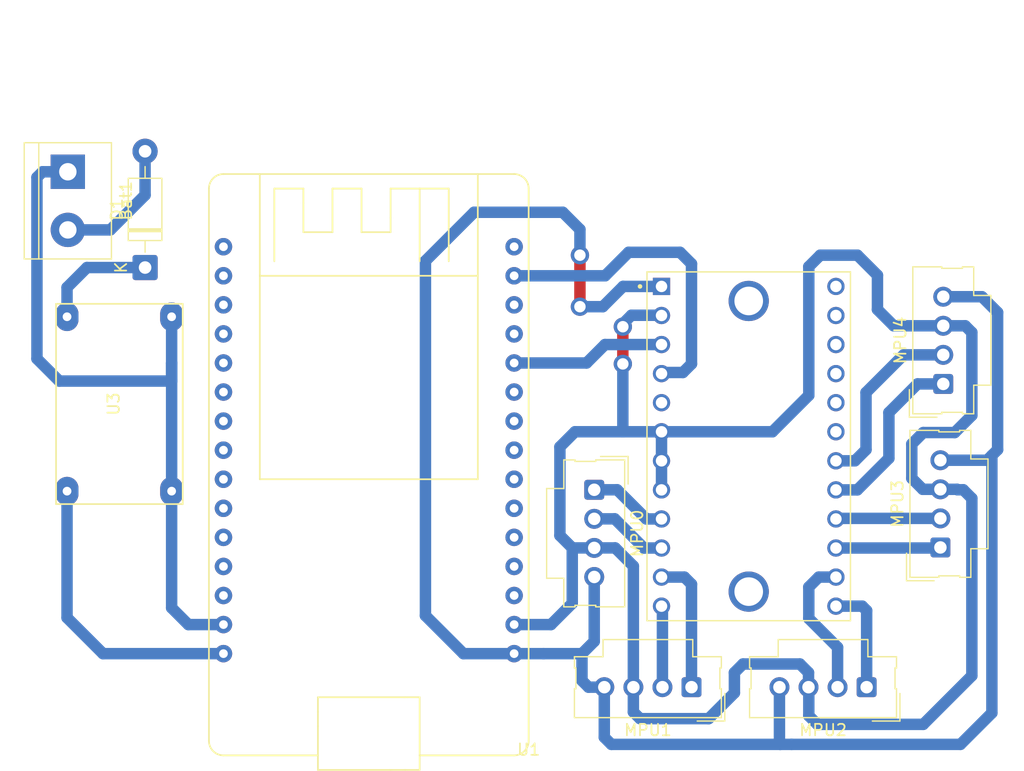
<source format=kicad_pcb>
(kicad_pcb (version 20241229) (generator "pcbnew") (generator_version "9.0")
  (layers (0 "F.Cu" signal) (2 "B.Cu" signal) (13 "F.Paste" user) (15 "B.Paste" user) (5 "F.SilkS" user "F.Silkscreen") (7 "B.SilkS" user "B.Silkscreen") (1 "F.Mask" user) (3 "B.Mask" user) (25 "Edge.Cuts" user))
  (net 0 "")
  (net 1 "GND")
  (net 2 "Net-(Bat1-Pin_2)")
  (net 3 "Net-(D1-K)")
  (net 4 "SDA0")
  (net 5 "+3.3V")
  (net 6 "SCL0")
  (net 7 "SDA1")
  (net 8 "SCL1")
  (net 9 "SCL2")
  (net 10 "SDA2")
  (net 11 "SCL3")
  (net 12 "SDA3")
  (net 13 "SDA4")
  (net 14 "SCL4")
  (net 19 "21_SDA")
  (net 22 "Vin")
  (net 23 "22_SCL")
  (footprint "TerminalBlock:TerminalBlock_bornier-2_P5.08mm" (layer "F.Cu") (at 78.75 53.46 -90)
    (property "Reference" "Bat1" (at 2.54 -5.08 90) (layer "F.SilkS"))
    (property "Value" "Screw_Terminal_01x02")
    (fp_line (start -2.54 3.81) (end 7.62 3.81) (stroke (width 0.12)) (layer "F.SilkS"))
    (fp_line (start 7.62 3.81) (end 7.62 -3.81) (stroke (width 0.12)) (layer "F.SilkS"))
    (fp_line (start 7.62 2.54) (end -2.54 2.54) (stroke (width 0.12)) (layer "F.SilkS"))
    (fp_line (start -2.54 -3.81) (end -2.54 3.81) (stroke (width 0.12)) (layer "F.SilkS"))
    (fp_line (start 7.62 -3.81) (end -2.54 -3.81) (stroke (width 0.12)) (layer "F.SilkS"))
    (pad "1" thru_hole rect (at 0 0 270) (size 3 3) (drill 1.52) (layers "*.Cu" "*.Mask") (net 1 "GND"))
    (pad "2" thru_hole circle (at 5.08 0 270) (size 3 3) (drill 1.52) (layers "*.Cu" "*.Mask") (net 2 "Net-(Bat1-Pin_2)"))
  )
  (footprint "Connector_Molex:Molex_SL_171971-0004_1x04_P2.54mm_Vertical" (layer "F.Cu") (at 133.25 98.5 180)
    (property "Reference" "MPU1" (at 3.81 -3.75 0) (layer "F.SilkS"))
    (property "Value" "Conn_01x04_Pin")
    (fp_line (start 10.23 2.66) (end 10.23 1.68) (stroke (width 0.12)) (layer "F.SilkS"))
    (fp_line (start 10.23 1.68) (end 10.1 1.68) (stroke (width 0.12)) (layer "F.SilkS"))
    (fp_line (start 10.23 -0.13) (end 10.23 -2.66) (stroke (width 0.12)) (layer "F.SilkS"))
    (fp_line (start 10.23 -2.66) (end -2.61 -2.66) (stroke (width 0.12)) (layer "F.SilkS"))
    (fp_line (start 10.1 1.68) (end 10.1 -0.13) (stroke (width 0.12)) (layer "F.SilkS"))
    (fp_line (start 10.1 -0.13) (end 10.23 -0.13) (stroke (width 0.12)) (layer "F.SilkS"))
    (fp_line (start 7.73 4.16) (end 7.73 2.66) (stroke (width 0.12)) (layer "F.SilkS"))
    (fp_line (start 7.73 2.66) (end 10.23 2.66) (stroke (width 0.12)) (layer "F.SilkS"))
    (fp_line (start -0.11 4.16) (end 7.73 4.16) (stroke (width 0.12)) (layer "F.SilkS"))
    (fp_line (start -0.11 2.66) (end -0.11 4.16) (stroke (width 0.12)) (layer "F.SilkS"))
    (fp_line (start -2.48 1.68) (end -2.61 1.68) (stroke (width 0.12)) (layer "F.SilkS"))
    (fp_line (start -2.48 -0.13) (end -2.48 1.68) (stroke (width 0.12)) (layer "F.SilkS"))
    (fp_line (start -2.61 2.66) (end -0.11 2.66) (stroke (width 0.12)) (layer "F.SilkS"))
    (fp_line (start -2.61 1.68) (end -2.61 2.66) (stroke (width 0.12)) (layer "F.SilkS"))
    (fp_line (start -2.61 -0.13) (end -2.48 -0.13) (stroke (width 0.12)) (layer "F.SilkS"))
    (fp_line (start -2.61 -2.66) (end -2.61 -0.13) (stroke (width 0.12)) (layer "F.SilkS"))
    (fp_line (start -2.91 -0.55) (end -2.91 -2.96) (stroke (width 0.12)) (layer "F.SilkS"))
    (fp_line (start -2.91 -2.96) (end -0.5 -2.96) (stroke (width 0.12)) (layer "F.SilkS"))
    (pad "1" thru_hole roundrect (at 0 0 180) (size 1.74 1.74) (drill 1.09) (layers "*.Cu" "*.Mask") (roundrect_rratio 0.143678) (net 7 "SDA1"))
    (pad "2" thru_hole circle (at 2.54 0 180) (size 1.74 1.74) (drill 1.09) (layers "*.Cu" "*.Mask") (net 8 "SCL1"))
    (pad "3" thru_hole circle (at 5.08 0 180) (size 1.74 1.74) (drill 1.09) (layers "*.Cu" "*.Mask") (net 1 "GND"))
    (pad "4" thru_hole circle (at 7.62 0 180) (size 1.74 1.74) (drill 1.09) (layers "*.Cu" "*.Mask") (net 5 "+3.3V"))
  )
  (footprint "Connector_Molex:Molex_SL_171971-0004_1x04_P2.54mm_Vertical" (layer "F.Cu") (at 155 86.29 90)
    (property "Reference" "MPU3" (at 3.81 -3.75 90) (layer "F.SilkS"))
    (property "Value" "Conn_01x04_Pin")
    (fp_line (start -2.91 -2.96) (end -0.5 -2.96) (stroke (width 0.12)) (layer "F.SilkS"))
    (fp_line (start 10.23 -2.66) (end -2.61 -2.66) (stroke (width 0.12)) (layer "F.SilkS"))
    (fp_line (start -2.61 -2.66) (end -2.61 -0.13) (stroke (width 0.12)) (layer "F.SilkS"))
    (fp_line (start -2.91 -0.55) (end -2.91 -2.96) (stroke (width 0.12)) (layer "F.SilkS"))
    (fp_line (start 10.23 -0.13) (end 10.23 -2.66) (stroke (width 0.12)) (layer "F.SilkS"))
    (fp_line (start 10.1 -0.13) (end 10.23 -0.13) (stroke (width 0.12)) (layer "F.SilkS"))
    (fp_line (start -2.48 -0.13) (end -2.48 1.68) (stroke (width 0.12)) (layer "F.SilkS"))
    (fp_line (start -2.61 -0.13) (end -2.48 -0.13) (stroke (width 0.12)) (layer "F.SilkS"))
    (fp_line (start 10.23 1.68) (end 10.1 1.68) (stroke (width 0.12)) (layer "F.SilkS"))
    (fp_line (start 10.1 1.68) (end 10.1 -0.13) (stroke (width 0.12)) (layer "F.SilkS"))
    (fp_line (start -2.48 1.68) (end -2.61 1.68) (stroke (width 0.12)) (layer "F.SilkS"))
    (fp_line (start -2.61 1.68) (end -2.61 2.66) (stroke (width 0.12)) (layer "F.SilkS"))
    (fp_line (start 10.23 2.66) (end 10.23 1.68) (stroke (width 0.12)) (layer "F.SilkS"))
    (fp_line (start 7.73 2.66) (end 10.23 2.66) (stroke (width 0.12)) (layer "F.SilkS"))
    (fp_line (start -0.11 2.66) (end -0.11 4.16) (stroke (width 0.12)) (layer "F.SilkS"))
    (fp_line (start -2.61 2.66) (end -0.11 2.66) (stroke (width 0.12)) (layer "F.SilkS"))
    (fp_line (start 7.73 4.16) (end 7.73 2.66) (stroke (width 0.12)) (layer "F.SilkS"))
    (fp_line (start -0.11 4.16) (end 7.73 4.16) (stroke (width 0.12)) (layer "F.SilkS"))
    (pad "1" thru_hole roundrect (at 0 0 90) (size 1.74 1.74) (drill 1.09) (layers "*.Cu" "*.Mask") (roundrect_rratio 0.143678) (net 12 "SDA3"))
    (pad "2" thru_hole circle (at 2.54 0 90) (size 1.74 1.74) (drill 1.09) (layers "*.Cu" "*.Mask") (net 11 "SCL3"))
    (pad "3" thru_hole circle (at 5.08 0 90) (size 1.74 1.74) (drill 1.09) (layers "*.Cu" "*.Mask") (net 1 "GND"))
    (pad "4" thru_hole circle (at 7.62 0 90) (size 1.74 1.74) (drill 1.09) (layers "*.Cu" "*.Mask") (net 5 "+3.3V"))
  )
  (footprint "DOIT_ESP32:DOIT_ESP32_Devkit" (layer "F.Cu") (at 119.02 104.46 180)
    (property "Reference" "U1" (at 0 0.5 0) (layer "F.SilkS"))
    (property "Value" "ESP32-Devkit-V1")
    (fp_line (start 27.94 1.27) (end 27.94 49.53) (stroke (width 0.15)) (layer "F.SilkS"))
    (fp_line (start 23.495 41.91) (end 4.445 41.91) (stroke (width 0.15)) (layer "F.SilkS"))
    (fp_line (start 23.495 24.13) (end 23.495 50.8) (stroke (width 0.15)) (layer "F.SilkS"))
    (fp_line (start 22.225 49.53) (end 22.225 43.18) (stroke (width 0.15)) (layer "F.SilkS"))
    (fp_line (start 19.685 49.53) (end 22.225 49.53) (stroke (width 0.15)) (layer "F.SilkS"))
    (fp_line (start 19.685 48.26) (end 19.685 49.53) (stroke (width 0.15)) (layer "F.SilkS"))
    (fp_line (start 19.685 45.72) (end 19.685 48.26) (stroke (width 0.15)) (layer "F.SilkS"))
    (fp_line (start 18.415 5.08) (end 10.795 5.08) (stroke (width 0.15)) (layer "F.SilkS"))
    (fp_line (start 18.415 3.81) (end 18.415 5.08) (stroke (width 0.15)) (layer "F.SilkS"))
    (fp_line (start 18.415 3.81) (end 18.415 2.54) (stroke (width 0.15)) (layer "F.SilkS"))
    (fp_line (start 18.415 0) (end 26.67 0) (stroke (width 0.15)) (layer "F.SilkS"))
    (fp_line (start 18.415 -1.27) (end 18.415 2.54) (stroke (width 0.15)) (layer "F.SilkS"))
    (fp_line (start 17.145 49.53) (end 17.145 45.72) (stroke (width 0.15)) (layer "F.SilkS"))
    (fp_line (start 17.145 45.72) (end 19.685 45.72) (stroke (width 0.15)) (layer "F.SilkS"))
    (fp_line (start 14.605 49.53) (end 17.145 49.53) (stroke (width 0.15)) (layer "F.SilkS"))
    (fp_line (start 14.605 45.72) (end 14.605 49.53) (stroke (width 0.15)) (layer "F.SilkS"))
    (fp_line (start 12.065 49.53) (end 12.065 46.99) (stroke (width 0.15)) (layer "F.SilkS"))
    (fp_line (start 12.065 46.99) (end 12.065 45.72) (stroke (width 0.15)) (layer "F.SilkS"))
    (fp_line (start 12.065 45.72) (end 14.605 45.72) (stroke (width 0.15)) (layer "F.SilkS"))
    (fp_line (start 12.065 -1.27) (end 18.415 -1.27) (stroke (width 0.15)) (layer "F.SilkS"))
    (fp_line (start 12.065 -1.27) (end 10.795 -1.27) (stroke (width 0.15)) (layer "F.SilkS"))
    (fp_line (start 10.795 -1.27) (end 9.525 -1.27) (stroke (width 0.15)) (layer "F.SilkS"))
    (fp_line (start 9.525 49.53) (end 12.065 49.53) (stroke (width 0.15)) (layer "F.SilkS"))
    (fp_line (start 9.525 49.53) (end 9.525 43.18) (stroke (width 0.15)) (layer "F.SilkS"))
    (fp_line (start 9.525 5.08) (end 10.795 5.08) (stroke (width 0.15)) (layer "F.SilkS"))
    (fp_line (start 9.525 0) (end 1.27 0) (stroke (width 0.15)) (layer "F.SilkS"))
    (fp_line (start 9.525 -1.27) (end 9.525 5.08) (stroke (width 0.15)) (layer "F.SilkS"))
    (fp_line (start 6.985 49.53) (end 9.525 49.53) (stroke (width 0.15)) (layer "F.SilkS"))
    (fp_line (start 6.985 43.18) (end 6.985 49.53) (stroke (width 0.15)) (layer "F.SilkS"))
    (fp_line (start 4.445 50.8) (end 4.445 24.13) (stroke (width 0.15)) (layer "F.SilkS"))
    (fp_line (start 4.445 24.13) (end 23.495 24.13) (stroke (width 0.15)) (layer "F.SilkS"))
    (fp_line (start 1.27 50.8) (end 26.67 50.8) (stroke (width 0.15)) (layer "F.SilkS"))
    (fp_line (start 0 49.53) (end 0 1.27) (stroke (width 0.15)) (layer "F.SilkS"))
    (fp_arc (start 27.94 49.53) (mid 27.568026 50.428026) (end 26.67 50.8) (stroke (width 0.15)) (layer "F.SilkS"))
    (fp_arc (start 26.67 0) (mid 27.568026 0.371974) (end 27.94 1.27) (stroke (width 0.15)) (layer "F.SilkS"))
    (fp_arc (start 1.27 50.8) (mid 0.371974 50.428026) (end 0 49.53) (stroke (width 0.15)) (layer "F.SilkS"))
    (fp_arc (start 0 1.27) (mid 0.371974 0.371974) (end 1.27 0) (stroke (width 0.15)) (layer "F.SilkS"))
    (pad "1" thru_hole circle (at 26.67 8.89 180) (size 1.524 1.524) (drill 0.762) (layers "*.Cu" "*.Mask") (net 22 "Vin"))
    (pad "2" thru_hole circle (at 26.67 11.43 180) (size 1.524 1.524) (drill 0.762) (layers "*.Cu" "*.Mask") (net 1 "GND"))
    (pad "3" thru_hole circle (at 26.67 13.97 180) (size 1.524 1.524) (drill 0.762) (layers "*.Cu" "*.Mask"))
    (pad "4" thru_hole circle (at 26.67 16.51 180) (size 1.524 1.524) (drill 0.762) (layers "*.Cu" "*.Mask"))
    (pad "5" thru_hole circle (at 26.67 19.05 180) (size 1.524 1.524) (drill 0.762) (layers "*.Cu" "*.Mask"))
    (pad "6" thru_hole circle (at 26.67 21.59 180) (size 1.524 1.524) (drill 0.762) (layers "*.Cu" "*.Mask"))
    (pad "7" thru_hole circle (at 26.67 24.13 180) (size 1.524 1.524) (drill 0.762) (layers "*.Cu" "*.Mask"))
    (pad "8" thru_hole circle (at 26.67 26.67 180) (size 1.524 1.524) (drill 0.762) (layers "*.Cu" "*.Mask"))
    (pad "9" thru_hole circle (at 26.67 29.21 180) (size 1.524 1.524) (drill 0.762) (layers "*.Cu" "*.Mask"))
    (pad "10" thru_hole circle (at 26.67 31.75 180) (size 1.524 1.524) (drill 0.762) (layers "*.Cu" "*.Mask"))
    (pad "11" thru_hole circle (at 26.67 34.29 180) (size 1.524 1.524) (drill 0.762) (layers "*.Cu" "*.Mask"))
    (pad "12" thru_hole circle (at 26.67 36.83 180) (size 1.524 1.524) (drill 0.762) (layers "*.Cu" "*.Mask"))
    (pad "13" thru_hole circle (at 26.67 39.37 180) (size 1.524 1.524) (drill 0.762) (layers "*.Cu" "*.Mask"))
    (pad "14" thru_hole circle (at 26.67 41.91 180) (size 1.524 1.524) (drill 0.762) (layers "*.Cu" "*.Mask"))
    (pad "15" thru_hole circle (at 26.67 44.45 180) (size 1.524 1.524) (drill 0.762) (layers "*.Cu" "*.Mask"))
    (pad "16" thru_hole circle (at 1.27 44.45 180) (size 1.524 1.524) (drill 0.762) (layers "*.Cu" "*.Mask"))
    (pad "17" thru_hole circle (at 1.27 41.91 180) (size 1.524 1.524) (drill 0.762) (layers "*.Cu" "*.Mask") (net 23 "22_SCL"))
    (pad "18" thru_hole circle (at 1.27 39.37 180) (size 1.524 1.524) (drill 0.762) (layers "*.Cu" "*.Mask"))
    (pad "19" thru_hole circle (at 1.27 36.83 180) (size 1.524 1.524) (drill 0.762) (layers "*.Cu" "*.Mask"))
    (pad "20" thru_hole circle (at 1.27 34.29 180) (size 1.524 1.524) (drill 0.762) (layers "*.Cu" "*.Mask") (net 19 "21_SDA"))
    (pad "21" thru_hole circle (at 1.27 31.75 180) (size 1.524 1.524) (drill 0.762) (layers "*.Cu" "*.Mask"))
    (pad "22" thru_hole circle (at 1.27 29.21 180) (size 1.524 1.524) (drill 0.762) (layers "*.Cu" "*.Mask"))
    (pad "23" thru_hole circle (at 1.27 26.67 180) (size 1.524 1.524) (drill 0.762) (layers "*.Cu" "*.Mask"))
    (pad "24" thru_hole circle (at 1.27 24.13 180) (size 1.524 1.524) (drill 0.762) (layers "*.Cu" "*.Mask"))
    (pad "25" thru_hole circle (at 1.27 21.59 180) (size 1.524 1.524) (drill 0.762) (layers "*.Cu" "*.Mask"))
    (pad "26" thru_hole circle (at 1.27 19.05 180) (size 1.524 1.524) (drill 0.762) (layers "*.Cu" "*.Mask"))
    (pad "27" thru_hole circle (at 1.27 16.51 180) (size 1.524 1.524) (drill 0.762) (layers "*.Cu" "*.Mask"))
    (pad "28" thru_hole circle (at 1.27 13.97 180) (size 1.524 1.524) (drill 0.762) (layers "*.Cu" "*.Mask"))
    (pad "29" thru_hole circle (at 1.27 11.43 180) (size 1.524 1.524) (drill 0.762) (layers "*.Cu" "*.Mask") (net 1 "GND"))
    (pad "30" thru_hole circle (at 1.27 8.89 180) (size 1.524 1.524) (drill 0.762) (layers "*.Cu" "*.Mask") (net 5 "+3.3V"))
  )
  (footprint "Diode_THT:D_DO-41_SOD81_P10.16mm_Horizontal" (layer "F.Cu") (at 85.5 61.83 90)
    (property "Reference" "D1" (at 5.08 -2.47 90) (layer "F.SilkS"))
    (property "Value" "1N4007")
    (fp_line (start 3.38 -1.47) (end 3.38 1.47) (stroke (width 0.12)) (layer "F.SilkS"))
    (fp_line (start 3.26 -1.47) (end 3.26 1.47) (stroke (width 0.12)) (layer "F.SilkS"))
    (fp_line (start 3.14 -1.47) (end 3.14 1.47) (stroke (width 0.12)) (layer "F.SilkS"))
    (fp_line (start 8.82 0) (end 7.8 0) (stroke (width 0.12)) (layer "F.SilkS"))
    (fp_line (start 1.34 0) (end 2.36 0) (stroke (width 0.12)) (layer "F.SilkS"))
    (fp_rect (start 2.36 -1.47) (end 7.8 1.47) (stroke (width 0.12)) (fill no) (layer "F.SilkS"))
    (fp_text user "K" (at 0 -2.1 90) (layer "F.SilkS"))
    (pad "1" thru_hole roundrect (at 0 0 90) (size 2.2 2.2) (drill 1.1) (layers "*.Cu" "*.Mask") (roundrect_rratio 0.113636) (net 3 "Net-(D1-K)"))
    (pad "2" thru_hole circle (at 10.16 0 90) (size 2.2 2.2) (drill 1.1) (layers "*.Cu" "*.Mask") (net 2 "Net-(Bat1-Pin_2)"))
  )
  (footprint "2717:MODULE_2717" (layer "F.Cu") (at 138.25 77.45)
    (property "Reference" "U2" (hide yes))
    (property "Value" "2717")
    (fp_line (start -8.89 -15.24) (end 8.89 -15.24) (stroke (width 0.127)) (layer "F.SilkS"))
    (fp_line (start -8.89 15.24) (end -8.89 -15.24) (stroke (width 0.127)) (layer "F.SilkS"))
    (fp_line (start 8.89 -15.24) (end 8.89 15.24) (stroke (width 0.127)) (layer "F.SilkS"))
    (fp_line (start 8.89 15.24) (end -8.89 15.24) (stroke (width 0.127)) (layer "F.SilkS"))
    (fp_circle (center -9.5 -13.97) (end -9.4 -13.97) (stroke (width 0.2)) (fill no) (layer "F.SilkS"))
    (pad "1" thru_hole rect (at -7.62 -13.97) (size 1.508 1.508) (drill 1) (layers "*.Cu" "*.Mask") (net 5 "+3.3V"))
    (pad "2" thru_hole circle (at -7.62 -11.43) (size 1.508 1.508) (drill 1) (layers "*.Cu" "*.Mask") (net 1 "GND"))
    (pad "3" thru_hole circle (at -7.62 -8.89) (size 1.508 1.508) (drill 1) (layers "*.Cu" "*.Mask") (net 19 "21_SDA"))
    (pad "4" thru_hole circle (at -7.62 -6.35) (size 1.508 1.508) (drill 1) (layers "*.Cu" "*.Mask") (net 23 "22_SCL"))
    (pad "5" thru_hole circle (at -7.62 -3.81) (size 1.508 1.508) (drill 1) (layers "*.Cu" "*.Mask"))
    (pad "6" thru_hole circle (at -7.62 -1.27) (size 1.508 1.508) (drill 1) (layers "*.Cu" "*.Mask") (net 1 "GND"))
    (pad "7" thru_hole circle (at -7.62 1.27) (size 1.508 1.508) (drill 1) (layers "*.Cu" "*.Mask") (net 1 "GND"))
    (pad "8" thru_hole circle (at -7.62 3.81) (size 1.508 1.508) (drill 1) (layers "*.Cu" "*.Mask") (net 1 "GND"))
    (pad "9" thru_hole circle (at -7.62 6.35) (size 1.508 1.508) (drill 1) (layers "*.Cu" "*.Mask") (net 4 "SDA0"))
    (pad "10" thru_hole circle (at -7.62 8.89) (size 1.508 1.508) (drill 1) (layers "*.Cu" "*.Mask") (net 6 "SCL0"))
    (pad "11" thru_hole circle (at -7.62 11.43) (size 1.508 1.508) (drill 1) (layers "*.Cu" "*.Mask") (net 7 "SDA1"))
    (pad "12" thru_hole circle (at -7.62 13.97) (size 1.508 1.508) (drill 1) (layers "*.Cu" "*.Mask") (net 8 "SCL1"))
    (pad "13" thru_hole circle (at 7.62 13.97) (size 1.508 1.508) (drill 1) (layers "*.Cu" "*.Mask") (net 10 "SDA2"))
    (pad "14" thru_hole circle (at 7.62 11.43) (size 1.508 1.508) (drill 1) (layers "*.Cu" "*.Mask") (net 9 "SCL2"))
    (pad "15" thru_hole circle (at 7.62 8.89) (size 1.508 1.508) (drill 1) (layers "*.Cu" "*.Mask") (net 12 "SDA3"))
    (pad "16" thru_hole circle (at 7.62 6.35) (size 1.508 1.508) (drill 1) (layers "*.Cu" "*.Mask") (net 11 "SCL3"))
    (pad "17" thru_hole circle (at 7.62 3.81) (size 1.508 1.508) (drill 1) (layers "*.Cu" "*.Mask") (net 13 "SDA4"))
    (pad "18" thru_hole circle (at 7.62 1.27) (size 1.508 1.508) (drill 1) (layers "*.Cu" "*.Mask") (net 14 "SCL4"))
    (pad "19" thru_hole circle (at 7.62 -1.27) (size 1.508 1.508) (drill 1) (layers "*.Cu" "*.Mask"))
    (pad "20" thru_hole circle (at 7.62 -3.81) (size 1.508 1.508) (drill 1) (layers "*.Cu" "*.Mask"))
    (pad "21" thru_hole circle (at 7.62 -6.35) (size 1.508 1.508) (drill 1) (layers "*.Cu" "*.Mask"))
    (pad "22" thru_hole circle (at 7.62 -8.89) (size 1.508 1.508) (drill 1) (layers "*.Cu" "*.Mask"))
    (pad "23" thru_hole circle (at 7.62 -11.43) (size 1.508 1.508) (drill 1) (layers "*.Cu" "*.Mask"))
    (pad "24" thru_hole circle (at 7.62 -13.97) (size 1.508 1.508) (drill 1) (layers "*.Cu" "*.Mask"))
    (pad "P1" thru_hole circle (at 0 -12.7) (size 3.516 3.516) (drill 2.5) (layers "*.Cu" "*.Mask"))
    (pad "P2" thru_hole circle (at 0 12.7) (size 3.516 3.516) (drill 2.5) (layers "*.Cu" "*.Mask"))
  )
  (footprint "Mini360_step-down:Mini360_step-down" (layer "F.Cu") (at 83.25 73.75 -90)
    (property "Reference" "U3" (at 0 0.5 90) (layer "F.SilkS"))
    (property "Value" "Mini360")
    (fp_line (start 8.75 5.53) (end -8.75 5.53) (stroke (width 0.15)) (layer "F.SilkS"))
    (fp_line (start 8.75 5.53) (end 8.75 -5.54) (stroke (width 0.15)) (layer "F.SilkS"))
    (fp_line (start -8.75 -5.54) (end -8.75 5.53) (stroke (width 0.15)) (layer "F.SilkS"))
    (fp_line (start -8.75 -5.54) (end 8.75 -5.54) (stroke (width 0.15)) (layer "F.SilkS"))
    (pad "1" thru_hole oval (at -7.62 -4.57 270) (size 2.5 2) (drill 0.762) (layers "*.Cu" "*.Mask") (net 1 "GND"))
    (pad "2" thru_hole oval (at -7.62 4.57 270) (size 2.5 2) (drill 0.762) (layers "*.Cu" "*.Mask") (net 3 "Net-(D1-K)"))
    (pad "3" thru_hole oval (at 7.62 -4.57 270) (size 2.5 2) (drill 0.762) (layers "*.Cu" "*.Mask") (net 1 "GND"))
    (pad "4" thru_hole oval (at 7.62 4.57 270) (size 2.5 2) (drill 0.762) (layers "*.Cu" "*.Mask") (net 22 "Vin"))
  )
  (footprint "Connector_Molex:Molex_SL_171971-0004_1x04_P2.54mm_Vertical" (layer "F.Cu") (at 148.555 98.5 180)
    (property "Reference" "MPU2" (at 3.81 -3.75 0) (layer "F.SilkS"))
    (property "Value" "Conn_01x04_Pin")
    (fp_line (start 10.23 2.66) (end 10.23 1.68) (stroke (width 0.12)) (layer "F.SilkS"))
    (fp_line (start 10.23 1.68) (end 10.1 1.68) (stroke (width 0.12)) (layer "F.SilkS"))
    (fp_line (start 10.23 -0.13) (end 10.23 -2.66) (stroke (width 0.12)) (layer "F.SilkS"))
    (fp_line (start 10.23 -2.66) (end -2.61 -2.66) (stroke (width 0.12)) (layer "F.SilkS"))
    (fp_line (start 10.1 1.68) (end 10.1 -0.13) (stroke (width 0.12)) (layer "F.SilkS"))
    (fp_line (start 10.1 -0.13) (end 10.23 -0.13) (stroke (width 0.12)) (layer "F.SilkS"))
    (fp_line (start 7.73 4.16) (end 7.73 2.66) (stroke (width 0.12)) (layer "F.SilkS"))
    (fp_line (start 7.73 2.66) (end 10.23 2.66) (stroke (width 0.12)) (layer "F.SilkS"))
    (fp_line (start -0.11 4.16) (end 7.73 4.16) (stroke (width 0.12)) (layer "F.SilkS"))
    (fp_line (start -0.11 2.66) (end -0.11 4.16) (stroke (width 0.12)) (layer "F.SilkS"))
    (fp_line (start -2.48 1.68) (end -2.61 1.68) (stroke (width 0.12)) (layer "F.SilkS"))
    (fp_line (start -2.48 -0.13) (end -2.48 1.68) (stroke (width 0.12)) (layer "F.SilkS"))
    (fp_line (start -2.61 2.66) (end -0.11 2.66) (stroke (width 0.12)) (layer "F.SilkS"))
    (fp_line (start -2.61 1.68) (end -2.61 2.66) (stroke (width 0.12)) (layer "F.SilkS"))
    (fp_line (start -2.61 -0.13) (end -2.48 -0.13) (stroke (width 0.12)) (layer "F.SilkS"))
    (fp_line (start -2.61 -2.66) (end -2.61 -0.13) (stroke (width 0.12)) (layer "F.SilkS"))
    (fp_line (start -2.91 -0.55) (end -2.91 -2.96) (stroke (width 0.12)) (layer "F.SilkS"))
    (fp_line (start -2.91 -2.96) (end -0.5 -2.96) (stroke (width 0.12)) (layer "F.SilkS"))
    (pad "1" thru_hole roundrect (at 0 0 180) (size 1.74 1.74) (drill 1.09) (layers "*.Cu" "*.Mask") (roundrect_rratio 0.143678) (net 10 "SDA2"))
    (pad "2" thru_hole circle (at 2.54 0 180) (size 1.74 1.74) (drill 1.09) (layers "*.Cu" "*.Mask") (net 9 "SCL2"))
    (pad "3" thru_hole circle (at 5.08 0 180) (size 1.74 1.74) (drill 1.09) (layers "*.Cu" "*.Mask") (net 1 "GND"))
    (pad "4" thru_hole circle (at 7.62 0 180) (size 1.74 1.74) (drill 1.09) (layers "*.Cu" "*.Mask") (net 5 "+3.3V"))
  )
  (footprint "Connector_Molex:Molex_SL_171971-0004_1x04_P2.54mm_Vertical" (layer "F.Cu") (at 155.25 72 90)
    (property "Reference" "MPU4" (at 3.81 -3.75 90) (layer "F.SilkS"))
    (property "Value" "Conn_01x04_Pin")
    (fp_line (start -2.91 -2.96) (end -0.5 -2.96) (stroke (width 0.12)) (layer "F.SilkS"))
    (fp_line (start 10.23 -2.66) (end -2.61 -2.66) (stroke (width 0.12)) (layer "F.SilkS"))
    (fp_line (start -2.61 -2.66) (end -2.61 -0.13) (stroke (width 0.12)) (layer "F.SilkS"))
    (fp_line (start -2.91 -0.55) (end -2.91 -2.96) (stroke (width 0.12)) (layer "F.SilkS"))
    (fp_line (start 10.23 -0.13) (end 10.23 -2.66) (stroke (width 0.12)) (layer "F.SilkS"))
    (fp_line (start 10.1 -0.13) (end 10.23 -0.13) (stroke (width 0.12)) (layer "F.SilkS"))
    (fp_line (start -2.48 -0.13) (end -2.48 1.68) (stroke (width 0.12)) (layer "F.SilkS"))
    (fp_line (start -2.61 -0.13) (end -2.48 -0.13) (stroke (width 0.12)) (layer "F.SilkS"))
    (fp_line (start 10.23 1.68) (end 10.1 1.68) (stroke (width 0.12)) (layer "F.SilkS"))
    (fp_line (start 10.1 1.68) (end 10.1 -0.13) (stroke (width 0.12)) (layer "F.SilkS"))
    (fp_line (start -2.48 1.68) (end -2.61 1.68) (stroke (width 0.12)) (layer "F.SilkS"))
    (fp_line (start -2.61 1.68) (end -2.61 2.66) (stroke (width 0.12)) (layer "F.SilkS"))
    (fp_line (start 10.23 2.66) (end 10.23 1.68) (stroke (width 0.12)) (layer "F.SilkS"))
    (fp_line (start 7.73 2.66) (end 10.23 2.66) (stroke (width 0.12)) (layer "F.SilkS"))
    (fp_line (start -0.11 2.66) (end -0.11 4.16) (stroke (width 0.12)) (layer "F.SilkS"))
    (fp_line (start -2.61 2.66) (end -0.11 2.66) (stroke (width 0.12)) (layer "F.SilkS"))
    (fp_line (start 7.73 4.16) (end 7.73 2.66) (stroke (width 0.12)) (layer "F.SilkS"))
    (fp_line (start -0.11 4.16) (end 7.73 4.16) (stroke (width 0.12)) (layer "F.SilkS"))
    (pad "1" thru_hole roundrect (at 0 0 90) (size 1.74 1.74) (drill 1.09) (layers "*.Cu" "*.Mask") (roundrect_rratio 0.143678) (net 13 "SDA4"))
    (pad "2" thru_hole circle (at 2.54 0 90) (size 1.74 1.74) (drill 1.09) (layers "*.Cu" "*.Mask") (net 14 "SCL4"))
    (pad "3" thru_hole circle (at 5.08 0 90) (size 1.74 1.74) (drill 1.09) (layers "*.Cu" "*.Mask") (net 1 "GND"))
    (pad "4" thru_hole circle (at 7.62 0 90) (size 1.74 1.74) (drill 1.09) (layers "*.Cu" "*.Mask") (net 5 "+3.3V"))
  )
  (footprint "Connector_Molex:Molex_SL_171971-0004_1x04_P2.54mm_Vertical" (layer "F.Cu") (at 124.75 81.25 -90)
    (property "Reference" "MPU0" (at 3.81 -3.75 90) (layer "F.SilkS"))
    (property "Value" "Conn_01x04_Pin")
    (fp_line (start -0.11 4.16) (end 7.73 4.16) (stroke (width 0.12)) (layer "F.SilkS"))
    (fp_line (start 7.73 4.16) (end 7.73 2.66) (stroke (width 0.12)) (layer "F.SilkS"))
    (fp_line (start -2.61 2.66) (end -0.11 2.66) (stroke (width 0.12)) (layer "F.SilkS"))
    (fp_line (start -0.11 2.66) (end -0.11 4.16) (stroke (width 0.12)) (layer "F.SilkS"))
    (fp_line (start 7.73 2.66) (end 10.23 2.66) (stroke (width 0.12)) (layer "F.SilkS"))
    (fp_line (start 10.23 2.66) (end 10.23 1.68) (stroke (width 0.12)) (layer "F.SilkS"))
    (fp_line (start -2.61 1.68) (end -2.61 2.66) (stroke (width 0.12)) (layer "F.SilkS"))
    (fp_line (start -2.48 1.68) (end -2.61 1.68) (stroke (width 0.12)) (layer "F.SilkS"))
    (fp_line (start 10.1 1.68) (end 10.1 -0.13) (stroke (width 0.12)) (layer "F.SilkS"))
    (fp_line (start 10.23 1.68) (end 10.1 1.68) (stroke (width 0.12)) (layer "F.SilkS"))
    (fp_line (start -2.61 -0.13) (end -2.48 -0.13) (stroke (width 0.12)) (layer "F.SilkS"))
    (fp_line (start -2.48 -0.13) (end -2.48 1.68) (stroke (width 0.12)) (layer "F.SilkS"))
    (fp_line (start 10.1 -0.13) (end 10.23 -0.13) (stroke (width 0.12)) (layer "F.SilkS"))
    (fp_line (start 10.23 -0.13) (end 10.23 -2.66) (stroke (width 0.12)) (layer "F.SilkS"))
    (fp_line (start -2.91 -0.55) (end -2.91 -2.96) (stroke (width 0.12)) (layer "F.SilkS"))
    (fp_line (start -2.61 -2.66) (end -2.61 -0.13) (stroke (width 0.12)) (layer "F.SilkS"))
    (fp_line (start 10.23 -2.66) (end -2.61 -2.66) (stroke (width 0.12)) (layer "F.SilkS"))
    (fp_line (start -2.91 -2.96) (end -0.5 -2.96) (stroke (width 0.12)) (layer "F.SilkS"))
    (pad "1" thru_hole roundrect (at 0 0 270) (size 1.74 1.74) (drill 1.09) (layers "*.Cu" "*.Mask") (roundrect_rratio 0.143678) (net 4 "SDA0"))
    (pad "2" thru_hole circle (at 2.54 0 270) (size 1.74 1.74) (drill 1.09) (layers "*.Cu" "*.Mask") (net 6 "SCL0"))
    (pad "3" thru_hole circle (at 5.08 0 270) (size 1.74 1.74) (drill 1.09) (layers "*.Cu" "*.Mask") (net 1 "GND"))
    (pad "4" thru_hole circle (at 7.62 0 270) (size 1.74 1.74) (drill 1.09) (layers "*.Cu" "*.Mask") (net 5 "+3.3V"))
  )
  (segment (start 127.25 67) (end 127.25 70.25) (width 1) (layer "F.Cu") (net 1))
  (via (at 127.25 70.25) (size 1.6) (drill 1) (layers "F.Cu" "B.Cu") (net 1))
  (via (at 127.25 67) (size 1.6) (drill 1) (layers "F.Cu" "B.Cu") (net 1))
  (segment (start 127.25 76.18) (end 127.25 70.25) (width 1) (layer "B.Cu") (net 1))
  (segment (start 87.82 91.57) (end 87.82 81.37) (width 1) (layer "B.Cu") (net 1))
  (segment (start 149.5 62.5) (end 149.5 65.5) (width 1) (layer "B.Cu") (net 1))
  (segment (start 157.75 97.5) (end 157.75 82) (width 1) (layer "B.Cu") (net 1))
  (segment (start 156.5 81.25) (end 156.46 81.21) (width 1) (layer "B.Cu") (net 1))
  (segment (start 143.5 98.525) (end 143.5 101) (width 1) (layer "B.Cu") (net 1))
  (segment (start 144.25 101.75) (end 153.5 101.75) (width 1) (layer "B.Cu") (net 1))
  (segment (start 153.5 76.25) (end 156.25 76.25) (width 1) (layer "B.Cu") (net 1))
  (segment (start 140.32 76.18) (end 143.5 73) (width 1) (layer "B.Cu") (net 1))
  (segment (start 120.97 93.03) (end 122.83 91.17) (width 1) (layer "B.Cu") (net 1))
  (segment (start 130.61 66) (end 130.63 66.02) (width 1) (layer "B.Cu") (net 1))
  (segment (start 127.25 76.18) (end 130.63 76.18) (width 1) (layer "B.Cu") (net 1))
  (segment (start 143.5 101) (end 144.25 101.75) (width 1) (layer "B.Cu") (net 1))
  (segment (start 143.475 97.225) (end 142.725 96.475) (width 1) (layer "B.Cu") (net 1))
  (segment (start 134.75 101.25) (end 128.75 101.25) (width 1) (layer "B.Cu") (net 1))
  (segment (start 127.25 67) (end 127.25 66.75) (width 1) (layer "B.Cu") (net 1))
  (segment (start 142.725 96.475) (end 137.75 96.475) (width 1) (layer "B.Cu") (net 1))
  (segment (start 78 71.75) (end 87.82 71.75) (width 1) (layer "B.Cu") (net 1))
  (segment (start 89.28 93.03) (end 87.82 91.57) (width 1) (layer "B.Cu") (net 1))
  (segment (start 143.5 61.75) (end 144.5 60.75) (width 1) (layer "B.Cu") (net 1))
  (segment (start 157.75 82) (end 157 81.25) (width 1) (layer "B.Cu") (net 1))
  (segment (start 143.475 98.5) (end 143.475 97.225) (width 1) (layer "B.Cu") (net 1))
  (segment (start 123.07 76.18) (end 127.25 76.18) (width 1) (layer "B.Cu") (net 1))
  (segment (start 76.051 69.801) (end 78 71.75) (width 1) (layer "B.Cu") (net 1))
  (segment (start 87.82 81.37) (end 87.82 70.18) (width 1) (layer "B.Cu") (net 1))
  (segment (start 121.75 77.5) (end 123.07 76.18) (width 1) (layer "B.Cu") (net 1))
  (segment (start 124.75 86.33) (end 122.83 86.33) (width 1) (layer "B.Cu") (net 1))
  (segment (start 152.5 80.25) (end 152.5 77.25) (width 1) (layer "B.Cu") (net 1))
  (segment (start 128.17 100.67) (end 128.17 98.5) (width 1) (layer "B.Cu") (net 1))
  (segment (start 144.5 60.75) (end 147.75 60.75) (width 1) (layer "B.Cu") (net 1))
  (segment (start 117.75 93.03) (end 120.97 93.03) (width 1) (layer "B.Cu") (net 1))
  (segment (start 128 66) (end 130.61 66) (width 1) (layer "B.Cu") (net 1))
  (segment (start 155 81.21) (end 153.46 81.21) (width 1) (layer "B.Cu") (net 1))
  (segment (start 157.75 74.75) (end 157.75 67.5) (width 1) (layer "B.Cu") (net 1))
  (segment (start 126.58 86.33) (end 124.75 86.33) (width 1) (layer "B.Cu") (net 1))
  (segment (start 87.82 71.75) (end 87.82 70.18) (width 1) (layer "B.Cu") (net 1))
  (segment (start 87.82 70.18) (end 87.82 66.13) (width 1) (layer "B.Cu") (net 1))
  (segment (start 137.75 96.475) (end 137 97.225) (width 1) (layer "B.Cu") (net 1))
  (segment (start 156.46 81.21) (end 155 81.21) (width 1) (layer "B.Cu") (net 1))
  (segment (start 78.75 53.46) (end 76.54 53.46) (width 1) (layer "B.Cu") (net 1))
  (segment (start 153.5 101.75) (end 157.75 97.5) (width 1) (layer "B.Cu") (net 1))
  (segment (start 128.17 98.5) (end 128.17 87.92) (width 1) (layer "B.Cu") (net 1))
  (segment (start 128.17 87.92) (end 126.58 86.33) (width 1) (layer "B.Cu") (net 1))
  (segment (start 122.83 86.33) (end 121.75 85.25) (width 1) (layer "B.Cu") (net 1))
  (segment (start 127.25 66.75) (end 128 66) (width 1) (layer "B.Cu") (net 1))
  (segment (start 121.75 85.25) (end 121.75 77.5) (width 1) (layer "B.Cu") (net 1))
  (segment (start 143.475 98.5) (end 143.5 98.525) (width 1) (layer "B.Cu") (net 1))
  (segment (start 150.92 66.92) (end 155.25 66.92) (width 1) (layer "B.Cu") (net 1))
  (segment (start 76.051 53.949) (end 76.051 69.801) (width 1) (layer "B.Cu") (net 1))
  (segment (start 152.5 77.25) (end 153.5 76.25) (width 1) (layer "B.Cu") (net 1))
  (segment (start 143.5 73) (end 143.5 61.75) (width 1) (layer "B.Cu") (net 1))
  (segment (start 147.75 60.75) (end 149.5 62.5) (width 1) (layer "B.Cu") (net 1))
  (segment (start 157.17 66.92) (end 155.25 66.92) (width 1) (layer "B.Cu") (net 1))
  (segment (start 76.54 53.46) (end 76.051 53.949) (width 1) (layer "B.Cu") (net 1))
  (segment (start 92.35 93.03) (end 89.28 93.03) (width 1) (layer "B.Cu") (net 1))
  (segment (start 137 99) (end 134.75 101.25) (width 1) (layer "B.Cu") (net 1))
  (segment (start 153.46 81.21) (end 152.5 80.25) (width 1) (layer "B.Cu") (net 1))
  (segment (start 128.75 101.25) (end 128.17 100.67) (width 1) (layer "B.Cu") (net 1))
  (segment (start 157.75 67.5) (end 157.17 66.92) (width 1) (layer "B.Cu") (net 1))
  (segment (start 130.63 76.18) (end 140.32 76.18) (width 1) (layer "B.Cu") (net 1))
  (segment (start 137 97.225) (end 137 99) (width 1) (layer "B.Cu") (net 1))
  (segment (start 130.63 76.18) (end 130.63 81.26) (width 1) (layer "B.Cu") (net 1))
  (segment (start 157 81.25) (end 156.5 81.25) (width 1) (layer "B.Cu") (net 1))
  (segment (start 156.25 76.25) (end 157.75 74.75) (width 1) (layer "B.Cu") (net 1))
  (segment (start 122.83 91.17) (end 122.83 86.33) (width 1) (layer "B.Cu") (net 1))
  (segment (start 149.5 65.5) (end 150.92 66.92) (width 1) (layer "B.Cu") (net 1))
  (segment (start 85.5 51.67) (end 85.5 55.5) (width 1) (layer "B.Cu") (net 2))
  (segment (start 82.46 58.54) (end 78.75 58.54) (width 1) (layer "B.Cu") (net 2))
  (segment (start 85.5 55.5) (end 82.46 58.54) (width 1) (layer "B.Cu") (net 2))
  (segment (start 78.68 66.13) (end 78.68 63.57) (width 1) (layer "B.Cu") (net 3))
  (segment (start 80.42 61.83) (end 85.75 61.83) (width 1) (layer "B.Cu") (net 3))
  (segment (start 78.67 66.12) (end 78.68 66.13) (width 1) (layer "B.Cu") (net 3))
  (segment (start 78.68 63.57) (end 80.42 61.83) (width 1) (layer "B.Cu") (net 3))
  (segment (start 126.75 81.25) (end 124.75 81.25) (width 1) (layer "B.Cu") (net 4))
  (segment (start 129.3 83.8) (end 126.75 81.25) (width 1) (layer "B.Cu") (net 4))
  (segment (start 130.63 83.8) (end 129.3 83.8) (width 1) (layer "B.Cu") (net 4))
  (segment (start 123.5 60.75) (end 123.5 65.25) (width 1) (layer "F.Cu") (net 5))
  (via (at 123.5 60.75) (size 1.6) (drill 1) (layers "F.Cu" "B.Cu") (net 5))
  (via (at 123.5 65.25) (size 1.6) (drill 1) (layers "F.Cu" "B.Cu") (net 5))
  (segment (start 124.25 98.5) (end 125.63 98.5) (width 1) (layer "B.Cu") (net 5))
  (segment (start 110 61.25) (end 110 92.25) (width 1) (layer "B.Cu") (net 5))
  (segment (start 155 78.67) (end 159.08 78.67) (width 1) (layer "B.Cu") (net 5))
  (segment (start 140.935 98.5) (end 140.935 103.435) (width 1) (layer "B.Cu") (net 5))
  (segment (start 123.5 58.5) (end 122 57) (width 1) (layer "B.Cu") (net 5))
  (segment (start 123.68 95.57) (end 120.32 95.57) (width 1) (layer "B.Cu") (net 5))
  (segment (start 117.75 95.57) (end 120.32 95.57) (width 1) (layer "B.Cu") (net 5))
  (segment (start 123.68 97.93) (end 124.25 98.5) (width 1) (layer "B.Cu") (net 5))
  (segment (start 124.75 88.87) (end 124.75 94.5) (width 1) (layer "B.Cu") (net 5))
  (segment (start 126.25 103.5) (end 125.63 102.88) (width 1) (layer "B.Cu") (net 5))
  (segment (start 125.5 65.25) (end 127.27 63.48) (width 1) (layer "B.Cu") (net 5))
  (segment (start 123.68 95.57) (end 123.68 97.93) (width 1) (layer "B.Cu") (net 5))
  (segment (start 142 103.5) (end 156.75 103.5) (width 1) (layer "B.Cu") (net 5))
  (segment (start 123.5 60.75) (end 123.5 58.5) (width 1) (layer "B.Cu") (net 5))
  (segment (start 142 103.5) (end 141 103.5) (width 1) (layer "B.Cu") (net 5))
  (segment (start 122 57) (end 114.25 57) (width 1) (layer "B.Cu") (net 5))
  (segment (start 160 77.75) (end 160 65.75) (width 1) (layer "B.Cu") (net 5))
  (segment (start 159.5 78.25) (end 160 77.75) (width 1) (layer "B.Cu") (net 5))
  (segment (start 141 103.5) (end 126.25 103.5) (width 1) (layer "B.Cu") (net 5))
  (segment (start 127.27 63.48) (end 130.63 63.48) (width 1) (layer "B.Cu") (net 5))
  (segment (start 156.75 103.5) (end 159.5 100.75) (width 1) (layer "B.Cu") (net 5))
  (segment (start 110 92.25) (end 113.32 95.57) (width 1) (layer "B.Cu") (net 5))
  (segment (start 159.5 100.75) (end 159.5 78.25) (width 1) (layer "B.Cu") (net 5))
  (segment (start 114.25 57) (end 110 61.25) (width 1) (layer "B.Cu") (net 5))
  (segment (start 160 65.75) (end 158.63 64.38) (width 1) (layer "B.Cu") (net 5))
  (segment (start 123.5 65.25) (end 125.5 65.25) (width 1) (layer "B.Cu") (net 5))
  (segment (start 124.75 94.5) (end 123.68 95.57) (width 1) (layer "B.Cu") (net 5))
  (segment (start 158.63 64.38) (end 155.25 64.38) (width 1) (layer "B.Cu") (net 5))
  (segment (start 159.08 78.67) (end 159.5 78.25) (width 1) (layer "B.Cu") (net 5))
  (segment (start 140.935 103.435) (end 141 103.5) (width 1) (layer "B.Cu") (net 5))
  (segment (start 113.32 95.57) (end 117.75 95.57) (width 1) (layer "B.Cu") (net 5))
  (segment (start 125.63 102.88) (end 125.63 98.5) (width 1) (layer "B.Cu") (net 5))
  (segment (start 126.54 83.79) (end 129.09 86.34) (width 1) (layer "B.Cu") (net 6))
  (segment (start 129.09 86.34) (end 130.63 86.34) (width 1) (layer "B.Cu") (net 6))
  (segment (start 124.75 83.79) (end 126.54 83.79) (width 1) (layer "B.Cu") (net 6))
  (segment (start 132.63 88.88) (end 130.63 88.88) (width 1) (layer "B.Cu") (net 7))
  (segment (start 133.25 89.5) (end 132.63 88.88) (width 1) (layer "B.Cu") (net 7))
  (segment (start 133.25 98.5) (end 133.25 89.5) (width 1) (layer "B.Cu") (net 7))
  (segment (start 130.71 91.5) (end 130.63 91.42) (width 1) (layer "B.Cu") (net 8))
  (segment (start 130.71 98.5) (end 130.71 91.5) (width 1) (layer "B.Cu") (net 8))
  (segment (start 143.5 92.5) (end 143.5 89.75) (width 1) (layer "B.Cu") (net 9))
  (segment (start 144.37 88.88) (end 145.87 88.88) (width 1) (layer "B.Cu") (net 9))
  (segment (start 146.015 98.5) (end 146.015 95.015) (width 1) (layer "B.Cu") (net 9))
  (segment (start 143.5 89.75) (end 144.37 88.88) (width 1) (layer "B.Cu") (net 9))
  (segment (start 146.015 95.015) (end 143.5 92.5) (width 1) (layer "B.Cu") (net 9))
  (segment (start 148.555 91.805) (end 148.17 91.42) (width 1) (layer "B.Cu") (net 10))
  (segment (start 148.555 98.5) (end 148.555 91.805) (width 1) (layer "B.Cu") (net 10))
  (segment (start 148.17 91.42) (end 145.87 91.42) (width 1) (layer "B.Cu") (net 10))
  (segment (start 155 83.75) (end 145.92 83.75) (width 1) (layer "B.Cu") (net 11))
  (segment (start 145.92 83.75) (end 145.87 83.8) (width 1) (layer "B.Cu") (net 11))
  (segment (start 145.96 86.25) (end 145.87 86.34) (width 1) (layer "B.Cu") (net 12))
  (segment (start 145.87 86.34) (end 154.95 86.34) (width 1) (layer "B.Cu") (net 12))
  (segment (start 154.95 86.34) (end 155 86.29) (width 1) (layer "B.Cu") (net 12))
  (segment (start 147.74 81.26) (end 145.87 81.26) (width 1) (layer "B.Cu") (net 13))
  (segment (start 150.5 78.5) (end 147.74 81.26) (width 1) (layer "B.Cu") (net 13))
  (segment (start 150.5 74.5) (end 150.5 78.5) (width 1) (layer "B.Cu") (net 13))
  (segment (start 155.25 72) (end 153 72) (width 1) (layer "B.Cu") (net 13))
  (segment (start 153 72) (end 150.5 74.5) (width 1) (layer "B.Cu") (net 13))
  (segment (start 148.5 72.75) (end 151.79 69.46) (width 1) (layer "B.Cu") (net 14))
  (segment (start 147.53 78.72) (end 148.5 77.75) (width 1) (layer "B.Cu") (net 14))
  (segment (start 148.5 77.75) (end 148.5 72.75) (width 1) (layer "B.Cu") (net 14))
  (segment (start 151.79 69.46) (end 155.25 69.46) (width 1) (layer "B.Cu") (net 14))
  (segment (start 145.87 78.72) (end 147.53 78.72) (width 1) (layer "B.Cu") (net 14))
  (segment (start 125.69 68.56) (end 130.63 68.56) (width 1) (layer "B.Cu") (net 19))
  (segment (start 124.08 70.17) (end 125.69 68.56) (width 1) (layer "B.Cu") (net 19))
  (segment (start 117.75 70.17) (end 124.08 70.17) (width 1) (layer "B.Cu") (net 19))
  (segment (start 81.82 95.57) (end 92.35 95.57) (width 1) (layer "B.Cu") (net 22))
  (segment (start 78.68 81.37) (end 78.68 92.43) (width 1) (layer "B.Cu") (net 22))
  (segment (start 78.68 92.43) (end 81.82 95.57) (width 1) (layer "B.Cu") (net 22))
  (segment (start 130.73 71) (end 132.5 71) (width 1) (layer "B.Cu") (net 23))
  (segment (start 127.75 60.5) (end 125.7 62.55) (width 1) (layer "B.Cu") (net 23))
  (segment (start 133.25 61.5) (end 132.25 60.5) (width 1) (layer "B.Cu") (net 23))
  (segment (start 133.25 70.25) (end 133.25 61.5) (width 1) (layer "B.Cu") (net 23))
  (segment (start 130.63 71.1) (end 130.73 71) (width 1) (layer "B.Cu") (net 23))
  (segment (start 132.25 60.5) (end 127.75 60.5) (width 1) (layer "B.Cu") (net 23))
  (segment (start 132.5 71) (end 133.25 70.25) (width 1) (layer "B.Cu") (net 23))
  (segment (start 125.7 62.55) (end 117.75 62.55) (width 1) (layer "B.Cu") (net 23))
)
</source>
